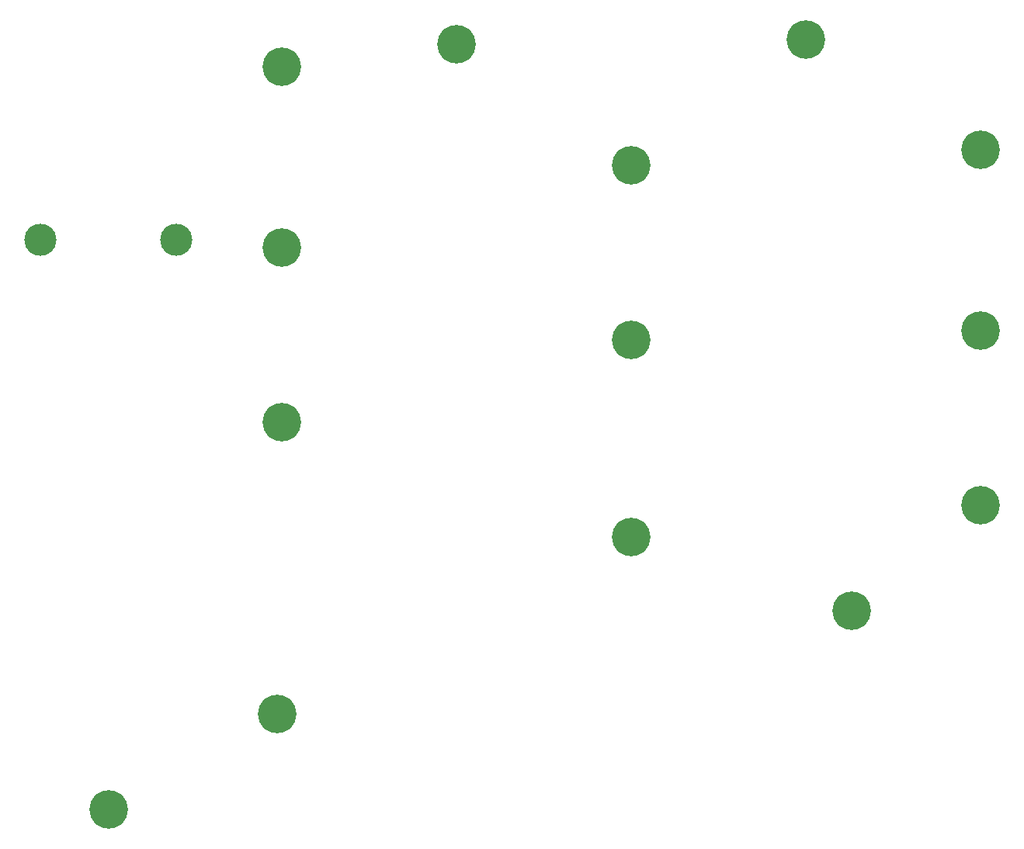
<source format=gbs>
%TF.GenerationSoftware,KiCad,Pcbnew,7.0.7-2.fc38*%
%TF.CreationDate,2023-10-04T19:59:22+05:30*%
%TF.ProjectId,bottom_plate,626f7474-6f6d-45f7-906c-6174652e6b69,rev?*%
%TF.SameCoordinates,Original*%
%TF.FileFunction,Soldermask,Bot*%
%TF.FilePolarity,Negative*%
%FSLAX46Y46*%
G04 Gerber Fmt 4.6, Leading zero omitted, Abs format (unit mm)*
G04 Created by KiCad (PCBNEW 7.0.7-2.fc38) date 2023-10-04 19:59:22*
%MOMM*%
%LPD*%
G01*
G04 APERTURE LIST*
%ADD10C,4.200000*%
%ADD11C,3.500000*%
G04 APERTURE END LIST*
D10*
%TO.C,H103*%
X140906339Y-83435489D03*
%TD*%
%TO.C,H102*%
X140906350Y-64385490D03*
%TD*%
%TO.C,H18*%
X45829990Y-116671093D03*
%TD*%
%TO.C,H110*%
X64706339Y-35666056D03*
%TD*%
D11*
%TO.C,H115*%
X53181889Y-54480531D03*
%TD*%
D10*
%TO.C,H108*%
X102806338Y-86959989D03*
%TD*%
%TO.C,H105*%
X126906338Y-94960499D03*
%TD*%
%TO.C,H112*%
X64706342Y-74434994D03*
%TD*%
%TO.C,H113*%
X64247990Y-106243093D03*
%TD*%
D11*
%TO.C,H116*%
X38400564Y-54480077D03*
%TD*%
D10*
%TO.C,H104*%
X121856340Y-32666056D03*
%TD*%
%TO.C,H107*%
X102806347Y-65434996D03*
%TD*%
%TO.C,H101*%
X140906345Y-44666058D03*
%TD*%
%TO.C,H109*%
X83756337Y-33166058D03*
%TD*%
%TO.C,H111*%
X64706336Y-55384996D03*
%TD*%
%TO.C,H106*%
X102806346Y-46384994D03*
%TD*%
M02*

</source>
